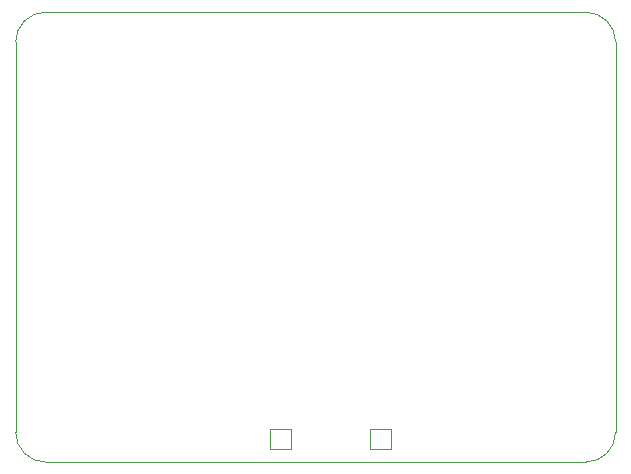
<source format=gbr>
%TF.GenerationSoftware,KiCad,Pcbnew,6.0.2+dfsg-1*%
%TF.CreationDate,2022-11-16T09:07:22-05:00*%
%TF.ProjectId,dragon-light-panel,64726167-6f6e-42d6-9c69-6768742d7061,rev?*%
%TF.SameCoordinates,Original*%
%TF.FileFunction,Profile,NP*%
%FSLAX46Y46*%
G04 Gerber Fmt 4.6, Leading zero omitted, Abs format (unit mm)*
G04 Created by KiCad (PCBNEW 6.0.2+dfsg-1) date 2022-11-16 09:07:22*
%MOMM*%
%LPD*%
G01*
G04 APERTURE LIST*
%TA.AperFunction,Profile*%
%ADD10C,0.100000*%
%TD*%
%TA.AperFunction,Profile*%
%ADD11C,0.010000*%
%TD*%
G04 APERTURE END LIST*
D10*
X99060000Y-91440000D02*
G75*
G03*
X101600000Y-88900000I-1J2540001D01*
G01*
X99060000Y-53340000D02*
X53340000Y-53340000D01*
X53340000Y-91440000D02*
X99060000Y-91440000D01*
X53340000Y-53340000D02*
G75*
G03*
X50800000Y-55880000I1J-2540001D01*
G01*
X50800000Y-55880000D02*
X50800000Y-88900000D01*
X50800000Y-88900000D02*
G75*
G03*
X53340000Y-91440000I2540001J1D01*
G01*
X101600000Y-55880000D02*
G75*
G03*
X99060000Y-53340000I-2540001J-1D01*
G01*
X101600000Y-88900000D02*
X101600000Y-55880000D01*
D11*
%TO.C,J1*%
X80820000Y-90360000D02*
X82620000Y-90360000D01*
X80820000Y-88660000D02*
X80820000Y-90360000D01*
X74120000Y-88660000D02*
X72320000Y-88660000D01*
X82620000Y-90360000D02*
X82620000Y-88660000D01*
X74120000Y-90360000D02*
X74120000Y-88660000D01*
X82620000Y-88660000D02*
X80820000Y-88660000D01*
X72320000Y-90360000D02*
X74120000Y-90360000D01*
X72320000Y-88660000D02*
X72320000Y-90360000D01*
%TD*%
M02*

</source>
